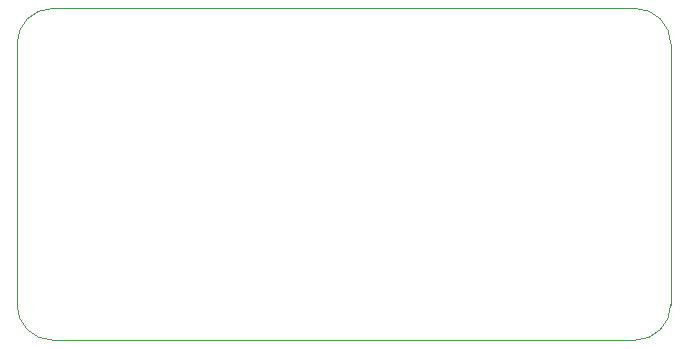
<source format=gm1>
%TF.GenerationSoftware,KiCad,Pcbnew,7.0.11*%
%TF.CreationDate,2024-03-13T01:45:22+08:00*%
%TF.ProjectId,UINIO-Signal-Translator,55494e49-4f2d-4536-9967-6e616c2d5472,Version 2.0.0*%
%TF.SameCoordinates,PX78a63b0PY57fedb0*%
%TF.FileFunction,Profile,NP*%
%FSLAX46Y46*%
G04 Gerber Fmt 4.6, Leading zero omitted, Abs format (unit mm)*
G04 Created by KiCad (PCBNEW 7.0.11) date 2024-03-13 01:45:22*
%MOMM*%
%LPD*%
G01*
G04 APERTURE LIST*
%TA.AperFunction,Profile*%
%ADD10C,0.100000*%
%TD*%
G04 APERTURE END LIST*
D10*
X-3005000Y-25090000D02*
X-3005000Y-3010000D01*
X-3005000Y-25090000D02*
G75*
G03*
X-5000Y-28090000I3000000J0D01*
G01*
X-5000Y-10000D02*
G75*
G03*
X-3005000Y-3010000I0J-3000000D01*
G01*
X52340000Y-3010000D02*
X52340000Y-25090000D01*
X49340000Y-28090000D02*
X-5000Y-28090000D01*
X49340000Y-28090000D02*
G75*
G03*
X52340000Y-25090000I0J3000000D01*
G01*
X52345000Y-3010000D02*
G75*
G03*
X49345000Y-10000I-3000000J0D01*
G01*
X-5000Y-10000D02*
X49345000Y-10000D01*
M02*

</source>
